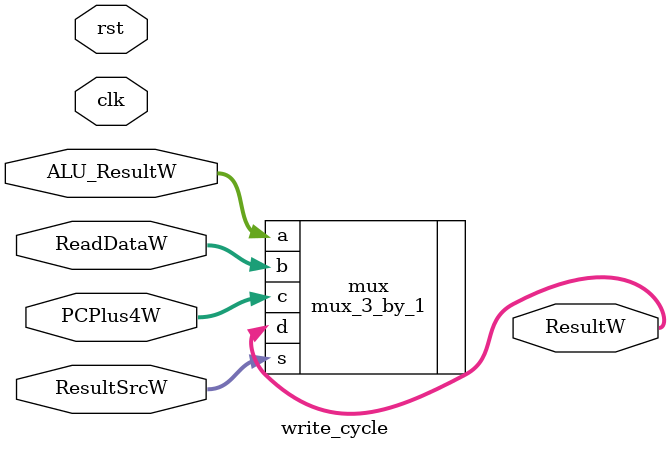
<source format=v>

module write_cycle(clk,rst,ResultSrcW,PCPlus4W,ALU_ResultW,ReadDataW,ResultW);

//Declaration Of Modules I/O
input clk,rst;
input [31:0] PCPlus4W,ALU_ResultW,ReadDataW;
input [1:0] ResultSrcW;

output [31:0] ResultW;

/*
//Declaring Modules
mux dut_mux  (
                .a(ALU_ResultW),
                .b(ReadDataW),
                .s(ResultSrcW),
                .c(ResultW)
                
);

*/
mux_3_by_1 mux (
                .a(ALU_ResultW),
                .b(ReadDataW),
                .c(PCPlus4W),
                .s(ResultSrcW),
                .d(ResultW)
                
);


endmodule
</source>
